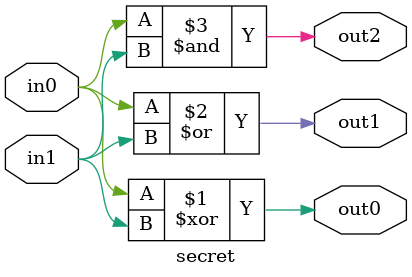
<source format=v>

`ifdef PROCESS_TOP
`define CHECK if (out0 != (in0 ^ in1) || out1 != (in0 | in1) || out2 != (in0 & in1)) begin \
   $display("Mismatch in0:%b in1:%b out0:%b out1:%b out2:%b", in0, in1, out0, out1, out2); \
   $stop; \
   end

module t (/*AUTOARG*/
   // Inputs
   clk
   );
   input clk;


   logic in0, in1;
   logic out0, out1, out2;
   logic [31:0] count = 0;
   // actually XOR and OR and AND
   secret i_secret(.in0(in0), .in1(in1), .out0(out0), .out1(out1), .out2(out2));

   always @(posedge clk) begin
      count <= count + 32'd1;
      if (count == 32'd1) begin
         in0 <= 1'b0;
         in1 <= 1'b0;
      end else if (count == 32'd2) begin
         `CHECK
         in0 <= 1'b1;
         in1 <= 1'b0;
      end else if (count == 32'd3) begin
         `CHECK
         in0 <= 1'b0;
         in1 <= 1'b1;
      end else if (count == 32'd4) begin
         `CHECK
         in0 <= 1'b1;
         in1 <= 1'b1;
      end else if (count == 32'd5) begin
         `CHECK
         $write("*-* All Finished *-*\n");
         $finish;
      end
   end
endmodule

`else
module secret(input in0, input in1, output out0, output out1, output out2);
   assign out0 = in0 ^ in1;
   assign out1 = in0 | in1;
   assign out2 = in0 & in1;
endmodule
`endif

</source>
